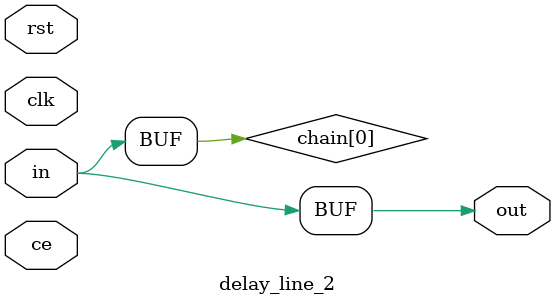
<source format=v>
module delay_line_2 #(
        parameter   DELAY = 0,
        parameter   WIDTH = 1
    )(
        input                   ce,
        input                   rst,
        input                   clk,
        input  [WIDTH - 1:0]    in,
        output [WIDTH - 1:0]    out
    );
    wire [WIDTH - 1:0]  chain [DELAY:0];
    assign chain[0] = in;
    assign out  = chain[DELAY];
    generate
        genvar i;
        for(i = 0; i < DELAY; i = i + 1)
            latch #(
                .WIDTH(WIDTH)
            )
            lat (
                .ce(ce),
                .rst(rst),
                .clk(clk),
                .in(chain[i]),
                .out(chain[i + 1])
            );
    endgenerate
endmodule
</source>
